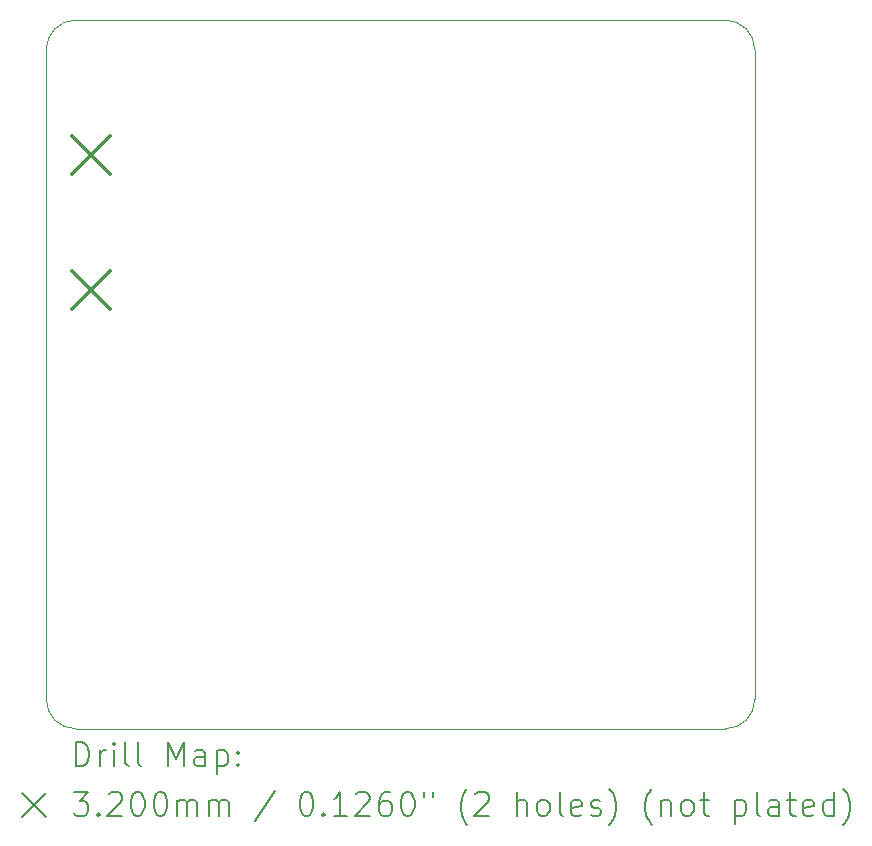
<source format=gbr>
%FSLAX45Y45*%
G04 Gerber Fmt 4.5, Leading zero omitted, Abs format (unit mm)*
G04 Created by KiCad (PCBNEW 6.0.6) date 2022-08-23 19:52:08*
%MOMM*%
%LPD*%
G01*
G04 APERTURE LIST*
%TA.AperFunction,Profile*%
%ADD10C,0.100000*%
%TD*%
%ADD11C,0.200000*%
%ADD12C,0.320000*%
G04 APERTURE END LIST*
D10*
X0Y-250000D02*
X0Y-5750000D01*
X6000000Y-250000D02*
G75*
G03*
X5750000Y0I-250000J0D01*
G01*
X250000Y-6000000D02*
X5750000Y-6000000D01*
X6000000Y-5750000D02*
X6000000Y-250000D01*
X5750000Y0D02*
X250000Y0D01*
X0Y-5750000D02*
G75*
G03*
X250000Y-6000000I250000J0D01*
G01*
X5750000Y-6000000D02*
G75*
G03*
X6000000Y-5750000I0J250000D01*
G01*
X250000Y0D02*
G75*
G03*
X0Y-250000I0J-250000D01*
G01*
D11*
D12*
X221000Y-983000D02*
X541000Y-1303000D01*
X541000Y-983000D02*
X221000Y-1303000D01*
X221000Y-2126000D02*
X541000Y-2446000D01*
X541000Y-2126000D02*
X221000Y-2446000D01*
D11*
X252619Y-6315476D02*
X252619Y-6115476D01*
X300238Y-6115476D01*
X328810Y-6125000D01*
X347857Y-6144048D01*
X357381Y-6163095D01*
X366905Y-6201190D01*
X366905Y-6229762D01*
X357381Y-6267857D01*
X347857Y-6286905D01*
X328810Y-6305952D01*
X300238Y-6315476D01*
X252619Y-6315476D01*
X452619Y-6315476D02*
X452619Y-6182143D01*
X452619Y-6220238D02*
X462143Y-6201190D01*
X471667Y-6191667D01*
X490714Y-6182143D01*
X509762Y-6182143D01*
X576429Y-6315476D02*
X576429Y-6182143D01*
X576429Y-6115476D02*
X566905Y-6125000D01*
X576429Y-6134524D01*
X585952Y-6125000D01*
X576429Y-6115476D01*
X576429Y-6134524D01*
X700238Y-6315476D02*
X681190Y-6305952D01*
X671667Y-6286905D01*
X671667Y-6115476D01*
X805000Y-6315476D02*
X785952Y-6305952D01*
X776428Y-6286905D01*
X776428Y-6115476D01*
X1033571Y-6315476D02*
X1033571Y-6115476D01*
X1100238Y-6258333D01*
X1166905Y-6115476D01*
X1166905Y-6315476D01*
X1347857Y-6315476D02*
X1347857Y-6210714D01*
X1338333Y-6191667D01*
X1319286Y-6182143D01*
X1281190Y-6182143D01*
X1262143Y-6191667D01*
X1347857Y-6305952D02*
X1328810Y-6315476D01*
X1281190Y-6315476D01*
X1262143Y-6305952D01*
X1252619Y-6286905D01*
X1252619Y-6267857D01*
X1262143Y-6248809D01*
X1281190Y-6239286D01*
X1328810Y-6239286D01*
X1347857Y-6229762D01*
X1443095Y-6182143D02*
X1443095Y-6382143D01*
X1443095Y-6191667D02*
X1462143Y-6182143D01*
X1500238Y-6182143D01*
X1519286Y-6191667D01*
X1528809Y-6201190D01*
X1538333Y-6220238D01*
X1538333Y-6277381D01*
X1528809Y-6296428D01*
X1519286Y-6305952D01*
X1500238Y-6315476D01*
X1462143Y-6315476D01*
X1443095Y-6305952D01*
X1624048Y-6296428D02*
X1633571Y-6305952D01*
X1624048Y-6315476D01*
X1614524Y-6305952D01*
X1624048Y-6296428D01*
X1624048Y-6315476D01*
X1624048Y-6191667D02*
X1633571Y-6201190D01*
X1624048Y-6210714D01*
X1614524Y-6201190D01*
X1624048Y-6191667D01*
X1624048Y-6210714D01*
X-205000Y-6545000D02*
X-5000Y-6745000D01*
X-5000Y-6545000D02*
X-205000Y-6745000D01*
X233571Y-6535476D02*
X357381Y-6535476D01*
X290714Y-6611667D01*
X319286Y-6611667D01*
X338333Y-6621190D01*
X347857Y-6630714D01*
X357381Y-6649762D01*
X357381Y-6697381D01*
X347857Y-6716428D01*
X338333Y-6725952D01*
X319286Y-6735476D01*
X262143Y-6735476D01*
X243095Y-6725952D01*
X233571Y-6716428D01*
X443095Y-6716428D02*
X452619Y-6725952D01*
X443095Y-6735476D01*
X433571Y-6725952D01*
X443095Y-6716428D01*
X443095Y-6735476D01*
X528810Y-6554524D02*
X538333Y-6545000D01*
X557381Y-6535476D01*
X605000Y-6535476D01*
X624048Y-6545000D01*
X633571Y-6554524D01*
X643095Y-6573571D01*
X643095Y-6592619D01*
X633571Y-6621190D01*
X519286Y-6735476D01*
X643095Y-6735476D01*
X766905Y-6535476D02*
X785952Y-6535476D01*
X805000Y-6545000D01*
X814524Y-6554524D01*
X824048Y-6573571D01*
X833571Y-6611667D01*
X833571Y-6659286D01*
X824048Y-6697381D01*
X814524Y-6716428D01*
X805000Y-6725952D01*
X785952Y-6735476D01*
X766905Y-6735476D01*
X747857Y-6725952D01*
X738333Y-6716428D01*
X728809Y-6697381D01*
X719286Y-6659286D01*
X719286Y-6611667D01*
X728809Y-6573571D01*
X738333Y-6554524D01*
X747857Y-6545000D01*
X766905Y-6535476D01*
X957381Y-6535476D02*
X976428Y-6535476D01*
X995476Y-6545000D01*
X1005000Y-6554524D01*
X1014524Y-6573571D01*
X1024048Y-6611667D01*
X1024048Y-6659286D01*
X1014524Y-6697381D01*
X1005000Y-6716428D01*
X995476Y-6725952D01*
X976428Y-6735476D01*
X957381Y-6735476D01*
X938333Y-6725952D01*
X928809Y-6716428D01*
X919286Y-6697381D01*
X909762Y-6659286D01*
X909762Y-6611667D01*
X919286Y-6573571D01*
X928809Y-6554524D01*
X938333Y-6545000D01*
X957381Y-6535476D01*
X1109762Y-6735476D02*
X1109762Y-6602143D01*
X1109762Y-6621190D02*
X1119286Y-6611667D01*
X1138333Y-6602143D01*
X1166905Y-6602143D01*
X1185952Y-6611667D01*
X1195476Y-6630714D01*
X1195476Y-6735476D01*
X1195476Y-6630714D02*
X1205000Y-6611667D01*
X1224048Y-6602143D01*
X1252619Y-6602143D01*
X1271667Y-6611667D01*
X1281190Y-6630714D01*
X1281190Y-6735476D01*
X1376429Y-6735476D02*
X1376429Y-6602143D01*
X1376429Y-6621190D02*
X1385952Y-6611667D01*
X1405000Y-6602143D01*
X1433571Y-6602143D01*
X1452619Y-6611667D01*
X1462143Y-6630714D01*
X1462143Y-6735476D01*
X1462143Y-6630714D02*
X1471667Y-6611667D01*
X1490714Y-6602143D01*
X1519286Y-6602143D01*
X1538333Y-6611667D01*
X1547857Y-6630714D01*
X1547857Y-6735476D01*
X1938333Y-6525952D02*
X1766905Y-6783095D01*
X2195476Y-6535476D02*
X2214524Y-6535476D01*
X2233571Y-6545000D01*
X2243095Y-6554524D01*
X2252619Y-6573571D01*
X2262143Y-6611667D01*
X2262143Y-6659286D01*
X2252619Y-6697381D01*
X2243095Y-6716428D01*
X2233571Y-6725952D01*
X2214524Y-6735476D01*
X2195476Y-6735476D01*
X2176429Y-6725952D01*
X2166905Y-6716428D01*
X2157381Y-6697381D01*
X2147857Y-6659286D01*
X2147857Y-6611667D01*
X2157381Y-6573571D01*
X2166905Y-6554524D01*
X2176429Y-6545000D01*
X2195476Y-6535476D01*
X2347857Y-6716428D02*
X2357381Y-6725952D01*
X2347857Y-6735476D01*
X2338333Y-6725952D01*
X2347857Y-6716428D01*
X2347857Y-6735476D01*
X2547857Y-6735476D02*
X2433571Y-6735476D01*
X2490714Y-6735476D02*
X2490714Y-6535476D01*
X2471667Y-6564048D01*
X2452619Y-6583095D01*
X2433571Y-6592619D01*
X2624048Y-6554524D02*
X2633571Y-6545000D01*
X2652619Y-6535476D01*
X2700238Y-6535476D01*
X2719286Y-6545000D01*
X2728810Y-6554524D01*
X2738333Y-6573571D01*
X2738333Y-6592619D01*
X2728810Y-6621190D01*
X2614524Y-6735476D01*
X2738333Y-6735476D01*
X2909762Y-6535476D02*
X2871667Y-6535476D01*
X2852619Y-6545000D01*
X2843095Y-6554524D01*
X2824048Y-6583095D01*
X2814524Y-6621190D01*
X2814524Y-6697381D01*
X2824048Y-6716428D01*
X2833571Y-6725952D01*
X2852619Y-6735476D01*
X2890714Y-6735476D01*
X2909762Y-6725952D01*
X2919286Y-6716428D01*
X2928809Y-6697381D01*
X2928809Y-6649762D01*
X2919286Y-6630714D01*
X2909762Y-6621190D01*
X2890714Y-6611667D01*
X2852619Y-6611667D01*
X2833571Y-6621190D01*
X2824048Y-6630714D01*
X2814524Y-6649762D01*
X3052619Y-6535476D02*
X3071667Y-6535476D01*
X3090714Y-6545000D01*
X3100238Y-6554524D01*
X3109762Y-6573571D01*
X3119286Y-6611667D01*
X3119286Y-6659286D01*
X3109762Y-6697381D01*
X3100238Y-6716428D01*
X3090714Y-6725952D01*
X3071667Y-6735476D01*
X3052619Y-6735476D01*
X3033571Y-6725952D01*
X3024048Y-6716428D01*
X3014524Y-6697381D01*
X3005000Y-6659286D01*
X3005000Y-6611667D01*
X3014524Y-6573571D01*
X3024048Y-6554524D01*
X3033571Y-6545000D01*
X3052619Y-6535476D01*
X3195476Y-6535476D02*
X3195476Y-6573571D01*
X3271667Y-6535476D02*
X3271667Y-6573571D01*
X3566905Y-6811667D02*
X3557381Y-6802143D01*
X3538333Y-6773571D01*
X3528809Y-6754524D01*
X3519286Y-6725952D01*
X3509762Y-6678333D01*
X3509762Y-6640238D01*
X3519286Y-6592619D01*
X3528809Y-6564048D01*
X3538333Y-6545000D01*
X3557381Y-6516428D01*
X3566905Y-6506905D01*
X3633571Y-6554524D02*
X3643095Y-6545000D01*
X3662143Y-6535476D01*
X3709762Y-6535476D01*
X3728809Y-6545000D01*
X3738333Y-6554524D01*
X3747857Y-6573571D01*
X3747857Y-6592619D01*
X3738333Y-6621190D01*
X3624048Y-6735476D01*
X3747857Y-6735476D01*
X3985952Y-6735476D02*
X3985952Y-6535476D01*
X4071667Y-6735476D02*
X4071667Y-6630714D01*
X4062143Y-6611667D01*
X4043095Y-6602143D01*
X4014524Y-6602143D01*
X3995476Y-6611667D01*
X3985952Y-6621190D01*
X4195476Y-6735476D02*
X4176428Y-6725952D01*
X4166905Y-6716428D01*
X4157381Y-6697381D01*
X4157381Y-6640238D01*
X4166905Y-6621190D01*
X4176428Y-6611667D01*
X4195476Y-6602143D01*
X4224048Y-6602143D01*
X4243095Y-6611667D01*
X4252619Y-6621190D01*
X4262143Y-6640238D01*
X4262143Y-6697381D01*
X4252619Y-6716428D01*
X4243095Y-6725952D01*
X4224048Y-6735476D01*
X4195476Y-6735476D01*
X4376429Y-6735476D02*
X4357381Y-6725952D01*
X4347857Y-6706905D01*
X4347857Y-6535476D01*
X4528810Y-6725952D02*
X4509762Y-6735476D01*
X4471667Y-6735476D01*
X4452619Y-6725952D01*
X4443095Y-6706905D01*
X4443095Y-6630714D01*
X4452619Y-6611667D01*
X4471667Y-6602143D01*
X4509762Y-6602143D01*
X4528810Y-6611667D01*
X4538333Y-6630714D01*
X4538333Y-6649762D01*
X4443095Y-6668809D01*
X4614524Y-6725952D02*
X4633571Y-6735476D01*
X4671667Y-6735476D01*
X4690714Y-6725952D01*
X4700238Y-6706905D01*
X4700238Y-6697381D01*
X4690714Y-6678333D01*
X4671667Y-6668809D01*
X4643095Y-6668809D01*
X4624048Y-6659286D01*
X4614524Y-6640238D01*
X4614524Y-6630714D01*
X4624048Y-6611667D01*
X4643095Y-6602143D01*
X4671667Y-6602143D01*
X4690714Y-6611667D01*
X4766905Y-6811667D02*
X4776429Y-6802143D01*
X4795476Y-6773571D01*
X4805000Y-6754524D01*
X4814524Y-6725952D01*
X4824048Y-6678333D01*
X4824048Y-6640238D01*
X4814524Y-6592619D01*
X4805000Y-6564048D01*
X4795476Y-6545000D01*
X4776429Y-6516428D01*
X4766905Y-6506905D01*
X5128810Y-6811667D02*
X5119286Y-6802143D01*
X5100238Y-6773571D01*
X5090714Y-6754524D01*
X5081190Y-6725952D01*
X5071667Y-6678333D01*
X5071667Y-6640238D01*
X5081190Y-6592619D01*
X5090714Y-6564048D01*
X5100238Y-6545000D01*
X5119286Y-6516428D01*
X5128810Y-6506905D01*
X5205000Y-6602143D02*
X5205000Y-6735476D01*
X5205000Y-6621190D02*
X5214524Y-6611667D01*
X5233571Y-6602143D01*
X5262143Y-6602143D01*
X5281190Y-6611667D01*
X5290714Y-6630714D01*
X5290714Y-6735476D01*
X5414524Y-6735476D02*
X5395476Y-6725952D01*
X5385952Y-6716428D01*
X5376429Y-6697381D01*
X5376429Y-6640238D01*
X5385952Y-6621190D01*
X5395476Y-6611667D01*
X5414524Y-6602143D01*
X5443095Y-6602143D01*
X5462143Y-6611667D01*
X5471667Y-6621190D01*
X5481190Y-6640238D01*
X5481190Y-6697381D01*
X5471667Y-6716428D01*
X5462143Y-6725952D01*
X5443095Y-6735476D01*
X5414524Y-6735476D01*
X5538333Y-6602143D02*
X5614524Y-6602143D01*
X5566905Y-6535476D02*
X5566905Y-6706905D01*
X5576429Y-6725952D01*
X5595476Y-6735476D01*
X5614524Y-6735476D01*
X5833571Y-6602143D02*
X5833571Y-6802143D01*
X5833571Y-6611667D02*
X5852619Y-6602143D01*
X5890714Y-6602143D01*
X5909762Y-6611667D01*
X5919286Y-6621190D01*
X5928809Y-6640238D01*
X5928809Y-6697381D01*
X5919286Y-6716428D01*
X5909762Y-6725952D01*
X5890714Y-6735476D01*
X5852619Y-6735476D01*
X5833571Y-6725952D01*
X6043095Y-6735476D02*
X6024048Y-6725952D01*
X6014524Y-6706905D01*
X6014524Y-6535476D01*
X6205000Y-6735476D02*
X6205000Y-6630714D01*
X6195476Y-6611667D01*
X6176428Y-6602143D01*
X6138333Y-6602143D01*
X6119286Y-6611667D01*
X6205000Y-6725952D02*
X6185952Y-6735476D01*
X6138333Y-6735476D01*
X6119286Y-6725952D01*
X6109762Y-6706905D01*
X6109762Y-6687857D01*
X6119286Y-6668809D01*
X6138333Y-6659286D01*
X6185952Y-6659286D01*
X6205000Y-6649762D01*
X6271667Y-6602143D02*
X6347857Y-6602143D01*
X6300238Y-6535476D02*
X6300238Y-6706905D01*
X6309762Y-6725952D01*
X6328809Y-6735476D01*
X6347857Y-6735476D01*
X6490714Y-6725952D02*
X6471667Y-6735476D01*
X6433571Y-6735476D01*
X6414524Y-6725952D01*
X6405000Y-6706905D01*
X6405000Y-6630714D01*
X6414524Y-6611667D01*
X6433571Y-6602143D01*
X6471667Y-6602143D01*
X6490714Y-6611667D01*
X6500238Y-6630714D01*
X6500238Y-6649762D01*
X6405000Y-6668809D01*
X6671667Y-6735476D02*
X6671667Y-6535476D01*
X6671667Y-6725952D02*
X6652619Y-6735476D01*
X6614524Y-6735476D01*
X6595476Y-6725952D01*
X6585952Y-6716428D01*
X6576428Y-6697381D01*
X6576428Y-6640238D01*
X6585952Y-6621190D01*
X6595476Y-6611667D01*
X6614524Y-6602143D01*
X6652619Y-6602143D01*
X6671667Y-6611667D01*
X6747857Y-6811667D02*
X6757381Y-6802143D01*
X6776428Y-6773571D01*
X6785952Y-6754524D01*
X6795476Y-6725952D01*
X6805000Y-6678333D01*
X6805000Y-6640238D01*
X6795476Y-6592619D01*
X6785952Y-6564048D01*
X6776428Y-6545000D01*
X6757381Y-6516428D01*
X6747857Y-6506905D01*
M02*

</source>
